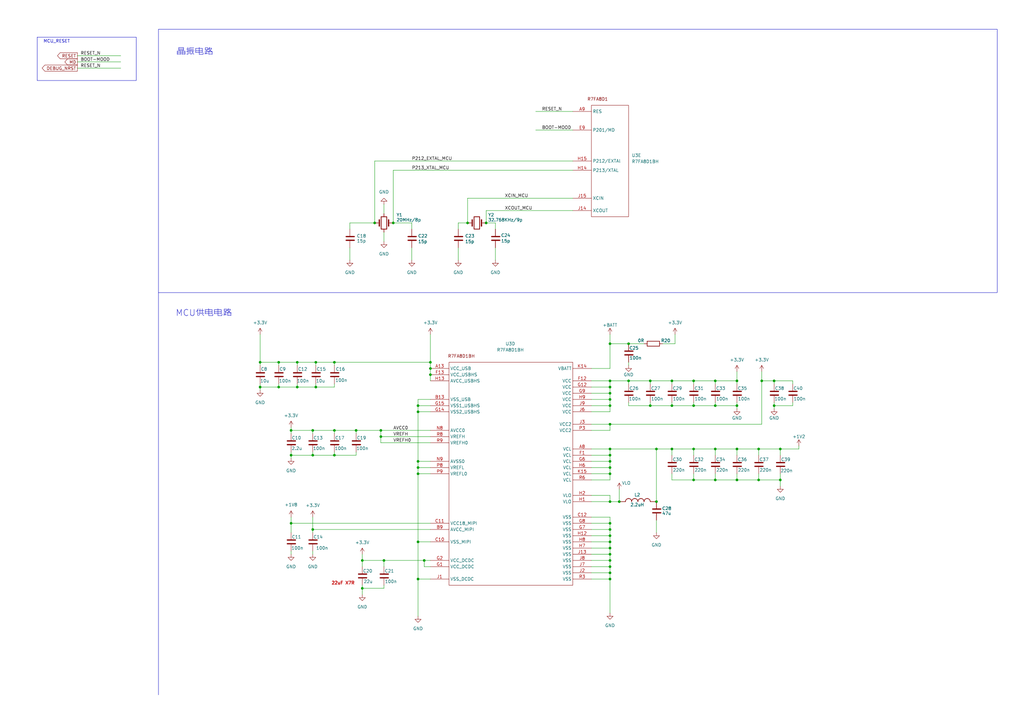
<source format=kicad_sch>
(kicad_sch (version 20230121) (generator eeschema)
  (paper "A3")
  (junction (at 173.99 229.87))
  (junction (at 128.27 186.69))
  (junction (at 106.68 148.59))
  (junction (at 137.16 186.69))
  (junction (at 250.19 214.63))
  (junction (at 284.48 196.85))
  (junction (at 320.04 184.15))
  (junction (at 257.81 140.97))
  (junction (at 250.19 140.97))
  (junction (at 317.5 156.21))
  (junction (at 250.19 222.25))
  (junction (at 302.26 156.21))
  (junction (at 250.19 227.33))
  (junction (at 250.19 191.77))
  (junction (at 284.48 184.15))
  (junction (at 269.24 184.15))
  (junction (at 129.54 158.75))
  (junction (at 250.19 217.17))
  (junction (at 293.37 166.37))
  (junction (at 156.21 176.53))
  (junction (at 114.3 148.59))
  (junction (at 302.26 166.37))
  (junction (at 317.5 166.37))
  (junction (at 146.05 176.53))
  (junction (at 161.29 91.44))
  (junction (at 293.37 156.21))
  (junction (at 250.19 219.71))
  (junction (at 312.42 156.21))
  (junction (at 171.45 194.31))
  (junction (at 121.92 148.59))
  (junction (at 250.19 229.87))
  (junction (at 156.21 179.07))
  (junction (at 250.19 189.23))
  (junction (at 250.19 237.49))
  (junction (at 119.38 186.69))
  (junction (at 119.38 214.63))
  (junction (at 250.19 186.69))
  (junction (at 275.59 184.15))
  (junction (at 257.81 156.21))
  (junction (at 250.19 173.99))
  (junction (at 176.53 151.13))
  (junction (at 129.54 148.59))
  (junction (at 176.53 153.67))
  (junction (at 171.45 191.77))
  (junction (at 171.45 168.91))
  (junction (at 148.59 241.3))
  (junction (at 171.45 222.25))
  (junction (at 311.15 196.85))
  (junction (at 137.16 176.53))
  (junction (at 199.39 91.44))
  (junction (at 302.26 184.15))
  (junction (at 250.19 166.37))
  (junction (at 311.15 184.15))
  (junction (at 106.68 158.75))
  (junction (at 137.16 148.59))
  (junction (at 250.19 205.74))
  (junction (at 121.92 158.75))
  (junction (at 266.7 166.37))
  (junction (at 250.19 156.21))
  (junction (at 250.19 163.83))
  (junction (at 320.04 196.85))
  (junction (at 302.26 196.85))
  (junction (at 119.38 176.53))
  (junction (at 250.19 158.75))
  (junction (at 171.45 237.49))
  (junction (at 250.19 234.95))
  (junction (at 293.37 184.15))
  (junction (at 284.48 156.21))
  (junction (at 128.27 217.17))
  (junction (at 171.45 166.37))
  (junction (at 250.19 232.41))
  (junction (at 128.27 176.53))
  (junction (at 171.45 189.23))
  (junction (at 284.48 166.37))
  (junction (at 157.48 229.87))
  (junction (at 114.3 158.75))
  (junction (at 250.19 194.31))
  (junction (at 266.7 156.21))
  (junction (at 148.59 229.87))
  (junction (at 250.19 184.15))
  (junction (at 176.53 148.59))
  (junction (at 191.77 91.44))
  (junction (at 250.19 161.29))
  (junction (at 254 205.74))
  (junction (at 250.19 224.79))
  (junction (at 293.37 196.85))
  (junction (at 153.67 91.44))
  (junction (at 275.59 166.37))
  (junction (at 275.59 156.21))
  (junction (at 269.24 205.74))
  (wire (pts (xy 114.3 158.75) (xy 121.92 158.75)))
  (wire (pts (xy 242.57 205.74) (xy 250.19 205.74)))
  (wire (pts (xy 312.42 156.21) (xy 312.42 152.4)))
  (wire (pts (xy 31.75 27.94) (xy 49.53 27.94)))
  (wire (pts (xy 250.19 173.99) (xy 242.57 173.99)))
  (wire (pts (xy 254 200.66) (xy 254 205.74)))
  (wire (pts (xy 153.67 66.04) (xy 234.95 66.04)))
  (wire (pts (xy 171.45 237.49) (xy 171.45 252.73)))
  (wire (pts (xy 137.16 176.53) (xy 146.05 176.53)))
  (wire (pts (xy 242.57 219.71) (xy 250.19 219.71)))
  (wire (pts (xy 176.53 153.67) (xy 176.53 156.21)))
  (wire (pts (xy 156.21 179.07) (xy 176.53 179.07)))
  (wire (pts (xy 250.19 229.87) (xy 250.19 232.41)))
  (wire (pts (xy 156.21 176.53) (xy 156.21 179.07)))
  (wire (pts (xy 242.57 203.2) (xy 250.19 203.2)))
  (wire (pts (xy 293.37 184.15) (xy 302.26 184.15)))
  (wire (pts (xy 171.45 194.31) (xy 171.45 222.25)))
  (wire (pts (xy 219.71 45.72) (xy 234.95 45.72)))
  (wire (pts (xy 191.77 81.28) (xy 191.77 91.44)))
  (wire (pts (xy 302.26 166.37) (xy 302.26 165.1)))
  (wire (pts (xy 171.45 222.25) (xy 176.53 222.25)))
  (wire (pts (xy 302.26 157.48) (xy 302.26 156.21)))
  (wire (pts (xy 156.21 181.61) (xy 176.53 181.61)))
  (wire (pts (xy 284.48 196.85) (xy 293.37 196.85)))
  (wire (pts (xy 148.59 229.87) (xy 157.48 229.87)))
  (wire (pts (xy 203.2 91.44) (xy 203.2 93.98)))
  (wire (pts (xy 276.86 137.16) (xy 276.86 140.97)))
  (wire (pts (xy 168.91 91.44) (xy 168.91 93.98)))
  (wire (pts (xy 121.92 148.59) (xy 129.54 148.59)))
  (wire (pts (xy 146.05 176.53) (xy 146.05 177.8)))
  (wire (pts (xy 199.39 91.44) (xy 203.2 91.44)))
  (wire (pts (xy 302.26 184.15) (xy 311.15 184.15)))
  (wire (pts (xy 320.04 184.15) (xy 320.04 186.69)))
  (wire (pts (xy 269.24 213.36) (xy 269.24 218.44)))
  (wire (pts (xy 114.3 149.86) (xy 114.3 148.59)))
  (wire (pts (xy 317.5 157.48) (xy 317.5 156.21)))
  (wire (pts (xy 171.45 191.77) (xy 171.45 194.31)))
  (wire (pts (xy 250.19 176.53) (xy 250.19 173.99)))
  (wire (pts (xy 137.16 149.86) (xy 137.16 148.59)))
  (wire (pts (xy 199.39 86.36) (xy 234.95 86.36)))
  (wire (pts (xy 293.37 196.85) (xy 302.26 196.85)))
  (wire (pts (xy 31.75 22.86) (xy 49.53 22.86)))
  (wire (pts (xy 302.26 196.85) (xy 302.26 194.31)))
  (wire (pts (xy 302.26 166.37) (xy 302.26 167.64)))
  (wire (pts (xy 266.7 157.48) (xy 266.7 156.21)))
  (wire (pts (xy 129.54 149.86) (xy 129.54 148.59)))
  (wire (pts (xy 325.12 156.21) (xy 325.12 157.48)))
  (wire (pts (xy 137.16 186.69) (xy 146.05 186.69)))
  (wire (pts (xy 284.48 184.15) (xy 284.48 186.69)))
  (wire (pts (xy 168.91 101.6) (xy 168.91 106.68)))
  (wire (pts (xy 128.27 176.53) (xy 137.16 176.53)))
  (wire (pts (xy 114.3 148.59) (xy 121.92 148.59)))
  (wire (pts (xy 121.92 158.75) (xy 129.54 158.75)))
  (wire (pts (xy 143.51 93.98) (xy 143.51 91.44)))
  (wire (pts (xy 137.16 185.42) (xy 137.16 186.69)))
  (wire (pts (xy 242.57 212.09) (xy 250.19 212.09)))
  (wire (pts (xy 311.15 196.85) (xy 311.15 194.31)))
  (wire (pts (xy 119.38 186.69) (xy 119.38 187.96)))
  (wire (pts (xy 187.96 101.6) (xy 187.96 106.68)))
  (wire (pts (xy 146.05 176.53) (xy 156.21 176.53)))
  (wire (pts (xy 157.48 83.82) (xy 157.48 87.63)))
  (wire (pts (xy 242.57 163.83) (xy 250.19 163.83)))
  (wire (pts (xy 266.7 166.37) (xy 266.7 165.1)))
  (wire (pts (xy 312.42 156.21) (xy 317.5 156.21)))
  (wire (pts (xy 119.38 176.53) (xy 119.38 177.8)))
  (wire (pts (xy 148.59 229.87) (xy 148.59 232.41)))
  (wire (pts (xy 242.57 227.33) (xy 250.19 227.33)))
  (wire (pts (xy 325.12 166.37) (xy 325.12 165.1)))
  (wire (pts (xy 320.04 199.39) (xy 320.04 196.85)))
  (wire (pts (xy 242.57 214.63) (xy 250.19 214.63)))
  (wire (pts (xy 242.57 229.87) (xy 250.19 229.87)))
  (wire (pts (xy 171.45 166.37) (xy 176.53 166.37)))
  (wire (pts (xy 157.48 240.03) (xy 157.48 241.3)))
  (wire (pts (xy 119.38 214.63) (xy 119.38 218.44)))
  (wire (pts (xy 242.57 161.29) (xy 250.19 161.29)))
  (wire (pts (xy 250.19 137.16) (xy 250.19 140.97)))
  (wire (pts (xy 242.57 234.95) (xy 250.19 234.95)))
  (wire (pts (xy 128.27 186.69) (xy 128.27 185.42)))
  (wire (pts (xy 106.68 158.75) (xy 114.3 158.75)))
  (wire (pts (xy 171.45 168.91) (xy 176.53 168.91)))
  (wire (pts (xy 317.5 156.21) (xy 325.12 156.21)))
  (wire (pts (xy 317.5 167.64) (xy 317.5 166.37)))
  (wire (pts (xy 146.05 185.42) (xy 146.05 186.69)))
  (wire (pts (xy 143.51 101.6) (xy 143.51 106.68)))
  (wire (pts (xy 137.16 176.53) (xy 137.16 177.8)))
  (wire (pts (xy 119.38 186.69) (xy 119.38 185.42)))
  (wire (pts (xy 128.27 212.09) (xy 128.27 217.17)))
  (wire (pts (xy 284.48 156.21) (xy 293.37 156.21)))
  (wire (pts (xy 275.59 156.21) (xy 284.48 156.21)))
  (wire (pts (xy 250.19 158.75) (xy 250.19 156.21)))
  (wire (pts (xy 327.66 184.15) (xy 320.04 184.15)))
  (wire (pts (xy 320.04 184.15) (xy 311.15 184.15)))
  (wire (pts (xy 234.95 81.28) (xy 191.77 81.28)))
  (wire (pts (xy 275.59 196.85) (xy 275.59 194.31)))
  (wire (pts (xy 171.45 166.37) (xy 171.45 168.91)))
  (wire (pts (xy 242.57 168.91) (xy 250.19 168.91)))
  (wire (pts (xy 161.29 91.44) (xy 168.91 91.44)))
  (wire (pts (xy 250.19 237.49) (xy 250.19 251.46)))
  (wire (pts (xy 106.68 137.16) (xy 106.68 148.59)))
  (wire (pts (xy 106.68 158.75) (xy 106.68 157.48)))
  (wire (pts (xy 250.19 222.25) (xy 250.19 224.79)))
  (wire (pts (xy 293.37 156.21) (xy 302.26 156.21)))
  (wire (pts (xy 275.59 184.15) (xy 275.59 186.69)))
  (wire (pts (xy 128.27 226.06) (xy 128.27 227.33)))
  (wire (pts (xy 171.45 168.91) (xy 171.45 189.23)))
  (wire (pts (xy 114.3 158.75) (xy 114.3 157.48)))
  (wire (pts (xy 269.24 184.15) (xy 275.59 184.15)))
  (wire (pts (xy 317.5 166.37) (xy 325.12 166.37)))
  (wire (pts (xy 129.54 158.75) (xy 137.16 158.75)))
  (wire (pts (xy 128.27 186.69) (xy 119.38 186.69)))
  (wire (pts (xy 171.45 191.77) (xy 176.53 191.77)))
  (wire (pts (xy 327.66 182.88) (xy 327.66 184.15)))
  (wire (pts (xy 250.19 161.29) (xy 250.19 158.75)))
  (wire (pts (xy 257.81 140.97) (xy 264.16 140.97)))
  (wire (pts (xy 250.19 140.97) (xy 250.19 151.13)))
  (wire (pts (xy 250.19 156.21) (xy 242.57 156.21)))
  (wire (pts (xy 317.5 166.37) (xy 317.5 165.1)))
  (wire (pts (xy 119.38 214.63) (xy 176.53 214.63)))
  (wire (pts (xy 284.48 166.37) (xy 293.37 166.37)))
  (wire (pts (xy 171.45 163.83) (xy 176.53 163.83)))
  (wire (pts (xy 153.67 66.04) (xy 153.67 91.44)))
  (wire (pts (xy 275.59 184.15) (xy 284.48 184.15)))
  (wire (pts (xy 293.37 166.37) (xy 293.37 165.1)))
  (wire (pts (xy 250.19 232.41) (xy 250.19 234.95)))
  (wire (pts (xy 173.99 229.87) (xy 176.53 229.87)))
  (wire (pts (xy 250.19 166.37) (xy 250.19 163.83)))
  (wire (pts (xy 242.57 184.15) (xy 250.19 184.15)))
  (wire (pts (xy 171.45 189.23) (xy 176.53 189.23)))
  (wire (pts (xy 302.26 152.4) (xy 302.26 156.21)))
  (wire (pts (xy 121.92 149.86) (xy 121.92 148.59)))
  (wire (pts (xy 250.19 191.77) (xy 250.19 194.31)))
  (wire (pts (xy 171.45 163.83) (xy 171.45 166.37)))
  (wire (pts (xy 242.57 191.77) (xy 250.19 191.77)))
  (wire (pts (xy 176.53 232.41) (xy 173.99 232.41)))
  (wire (pts (xy 250.19 234.95) (xy 250.19 237.49)))
  (wire (pts (xy 242.57 176.53) (xy 250.19 176.53)))
  (wire (pts (xy 128.27 176.53) (xy 128.27 177.8)))
  (wire (pts (xy 161.29 69.85) (xy 234.95 69.85)))
  (wire (pts (xy 284.48 157.48) (xy 284.48 156.21)))
  (wire (pts (xy 128.27 217.17) (xy 176.53 217.17)))
  (wire (pts (xy 257.81 166.37) (xy 266.7 166.37)))
  (wire (pts (xy 250.19 156.21) (xy 257.81 156.21)))
  (wire (pts (xy 312.42 156.21) (xy 312.42 173.99)))
  (wire (pts (xy 250.19 217.17) (xy 250.19 219.71)))
  (wire (pts (xy 250.19 184.15) (xy 250.19 186.69)))
  (wire (pts (xy 187.96 91.44) (xy 191.77 91.44)))
  (wire (pts (xy 242.57 217.17) (xy 250.19 217.17)))
  (wire (pts (xy 242.57 237.49) (xy 250.19 237.49)))
  (wire (pts (xy 156.21 176.53) (xy 176.53 176.53)))
  (wire (pts (xy 157.48 95.25) (xy 157.48 99.06)))
  (wire (pts (xy 148.59 240.03) (xy 148.59 241.3)))
  (wire (pts (xy 250.19 163.83) (xy 250.19 161.29)))
  (wire (pts (xy 31.75 25.4) (xy 49.53 25.4)))
  (wire (pts (xy 161.29 69.85) (xy 161.29 91.44)))
  (wire (pts (xy 250.19 219.71) (xy 250.19 222.25)))
  (wire (pts (xy 203.2 101.6) (xy 203.2 106.68)))
  (wire (pts (xy 293.37 166.37) (xy 302.26 166.37)))
  (wire (pts (xy 242.57 189.23) (xy 250.19 189.23)))
  (wire (pts (xy 275.59 157.48) (xy 275.59 156.21)))
  (wire (pts (xy 129.54 158.75) (xy 129.54 157.48)))
  (wire (pts (xy 302.26 184.15) (xy 302.26 186.69)))
  (wire (pts (xy 242.57 194.31) (xy 250.19 194.31)))
  (wire (pts (xy 106.68 148.59) (xy 114.3 148.59)))
  (wire (pts (xy 250.19 203.2) (xy 250.19 205.74)))
  (wire (pts (xy 293.37 157.48) (xy 293.37 156.21)))
  (wire (pts (xy 137.16 148.59) (xy 176.53 148.59)))
  (wire (pts (xy 148.59 241.3) (xy 148.59 243.84)))
  (wire (pts (xy 284.48 196.85) (xy 284.48 194.31)))
  (wire (pts (xy 257.81 157.48) (xy 257.81 156.21)))
  (wire (pts (xy 269.24 184.15) (xy 269.24 205.74)))
  (wire (pts (xy 128.27 217.17) (xy 128.27 218.44)))
  (wire (pts (xy 242.57 186.69) (xy 250.19 186.69)))
  (wire (pts (xy 176.53 137.16) (xy 176.53 148.59)))
  (wire (pts (xy 275.59 166.37) (xy 284.48 166.37)))
  (wire (pts (xy 284.48 184.15) (xy 293.37 184.15)))
  (wire (pts (xy 242.57 224.79) (xy 250.19 224.79)))
  (wire (pts (xy 157.48 229.87) (xy 157.48 232.41)))
  (wire (pts (xy 311.15 184.15) (xy 311.15 186.69)))
  (wire (pts (xy 250.19 205.74) (xy 254 205.74)))
  (wire (pts (xy 119.38 226.06) (xy 119.38 227.33)))
  (wire (pts (xy 250.19 196.85) (xy 250.19 194.31)))
  (wire (pts (xy 275.59 196.85) (xy 284.48 196.85)))
  (wire (pts (xy 137.16 158.75) (xy 137.16 157.48)))
  (wire (pts (xy 284.48 166.37) (xy 284.48 165.1)))
  (wire (pts (xy 242.57 222.25) (xy 250.19 222.25)))
  (wire (pts (xy 250.19 189.23) (xy 250.19 191.77)))
  (wire (pts (xy 275.59 166.37) (xy 275.59 165.1)))
  (wire (pts (xy 250.19 214.63) (xy 250.19 217.17)))
  (wire (pts (xy 250.19 224.79) (xy 250.19 227.33)))
  (wire (pts (xy 219.71 53.34) (xy 234.95 53.34)))
  (wire (pts (xy 250.19 168.91) (xy 250.19 166.37)))
  (wire (pts (xy 106.68 158.75) (xy 106.68 160.02)))
  (wire (pts (xy 242.57 166.37) (xy 250.19 166.37)))
  (wire (pts (xy 129.54 148.59) (xy 137.16 148.59)))
  (wire (pts (xy 171.45 194.31) (xy 176.53 194.31)))
  (wire (pts (xy 171.45 189.23) (xy 171.45 191.77)))
  (wire (pts (xy 242.57 232.41) (xy 250.19 232.41)))
  (wire (pts (xy 119.38 176.53) (xy 119.38 175.26)))
  (wire (pts (xy 276.86 140.97) (xy 271.78 140.97)))
  (wire (pts (xy 293.37 196.85) (xy 293.37 194.31)))
  (wire (pts (xy 157.48 229.87) (xy 173.99 229.87)))
  (wire (pts (xy 176.53 148.59) (xy 176.53 151.13)))
  (wire (pts (xy 250.19 212.09) (xy 250.19 214.63)))
  (wire (pts (xy 266.7 166.37) (xy 275.59 166.37)))
  (wire (pts (xy 293.37 184.15) (xy 293.37 186.69)))
  (wire (pts (xy 128.27 176.53) (xy 119.38 176.53)))
  (wire (pts (xy 257.81 148.59) (xy 257.81 149.86)))
  (wire (pts (xy 250.19 140.97) (xy 257.81 140.97)))
  (wire (pts (xy 156.21 181.61) (xy 156.21 179.07)))
  (wire (pts (xy 157.48 241.3) (xy 148.59 241.3)))
  (wire (pts (xy 173.99 232.41) (xy 173.99 229.87)))
  (wire (pts (xy 176.53 151.13) (xy 176.53 153.67)))
  (wire (pts (xy 266.7 156.21) (xy 275.59 156.21)))
  (wire (pts (xy 242.57 196.85) (xy 250.19 196.85)))
  (wire (pts (xy 199.39 91.44) (xy 199.39 86.36)))
  (wire (pts (xy 171.45 222.25) (xy 171.45 237.49)))
  (wire (pts (xy 257.81 156.21) (xy 266.7 156.21)))
  (wire (pts (xy 320.04 196.85) (xy 320.04 194.31)))
  (wire (pts (xy 302.26 196.85) (xy 311.15 196.85)))
  (wire (pts (xy 242.57 151.13) (xy 250.19 151.13)))
  (wire (pts (xy 121.92 158.75) (xy 121.92 157.48)))
  (wire (pts (xy 250.19 173.99) (xy 312.42 173.99)))
  (wire (pts (xy 128.27 186.69) (xy 137.16 186.69)))
  (wire (pts (xy 242.57 158.75) (xy 250.19 158.75)))
  (wire (pts (xy 148.59 227.33) (xy 148.59 229.87)))
  (wire (pts (xy 143.51 91.44) (xy 153.67 91.44)))
  (wire (pts (xy 106.68 149.86) (xy 106.68 148.59)))
  (wire (pts (xy 257.81 166.37) (xy 257.81 165.1)))
  (wire (pts (xy 187.96 93.98) (xy 187.96 91.44)))
  (wire (pts (xy 250.19 184.15) (xy 269.24 184.15)))
  (wire (pts (xy 119.38 212.09) (xy 119.38 214.63)))
  (wire (pts (xy 250.19 186.69) (xy 250.19 189.23)))
  (wire (pts (xy 171.45 237.49) (xy 176.53 237.49)))
  (wire (pts (xy 311.15 196.85) (xy 320.04 196.85)))
  (wire (pts (xy 250.19 227.33) (xy 250.19 229.87)))
  (rectangle (start 15.24 15.24) (end 55.88 33.02))
  (rectangle (start 65 120) (end 65 285))
  (rectangle (start 65 12) (end 409 120))
  (text "MCU_RESET" (at 17.78 17.78 0) (effects (font (size 1.27 1.27)) (justify left bottom)))
  (text "MCU供电电路" (at 72 130 0) (effects (font (size 2.54 2.54)) (justify left bottom)))
  (text "22uF X7R" (at 135.89 240.03 0) (effects (font (size 1.27 1.27) (thickness 0.254) bold) (justify left bottom)))
  (text "晶振电路" (at 72.39 22.86 0) (effects (font (size 2.54 2.54)) (justify left bottom)))
  (label "RESET_N" (at 33.02 27.94 0))
  (label "P213_XTAL_MCU" (at 168.91 69.85 0))
  (label "RESET_N" (at 33.02 22.86 0))
  (label "XCOUT_MCU" (at 207.01 86.36 0))
  (label "RESET_N" (at 222.25 45.72 0))
  (label "P212_EXTAL_MCU" (at 168.91 66.04 0))
  (label "VREFH0" (at 161.29 181.61 0))
  (label "AVCC0" (at 161.29 176.53 0))
  (label "XCIN_MCU" (at 207.01 81.28 0))
  (label "VREFH" (at 161.29 179.07 0))
  (label "BOOT-MOOD" (at 222.25 53.34 0))
  (label "BOOT-MOOD" (at 33.02 25.4 0))
  (global_label "MD" (shape output) (at 31.75 25.4 180) (property "Intersheetrefs" "${INTERSHEET_REFS}" (effects hide)))
  (global_label "RESET" (shape output) (at 31.75 22.86 180) (property "Intersheetrefs" "${INTERSHEET_REFS}" (effects hide)))
  (global_label "DEBUG_NRST" (shape output) (at 31.75 27.94 180) (property "Intersheetrefs" "${INTERSHEET_REFS}" (effects hide)))
  (symbol (lib_id "power:GND") (at 257.81 149.86 0) (unit 1)
    (property "Reference" "#PWR039" (effects hide))
    (property "Value" "GND" (at 257.81 153.67 0))
  )
  (symbol (lib_id "RA8:Cap_2") (at 137.16 153.67 90) (unit 1)
    (property "Reference" "C16" (at 137.668 151.384 90) (effects (justify right)))
    (property "Value" "100n" (at 142.494 155.956 90) (effects (justify left)))
    (property "Footprint" "RA8Library:C0402" (effects hide))
    (property "Manufacturer" "SAMSUNG(三星)" (effects hide))
    (property "Comment" "10u" (effects hide))
  )
  (symbol (lib_id "RA8:Cap_2") (at 317.5 161.29 90) (unit 1)
    (property "Reference" "C38" (at 317.754 159.258 90) (effects (justify right)))
    (property "Value" "100n" (at 322.58 163.576 90) (effects (justify left)))
    (property "Footprint" "RA8Library:C0402" (effects hide))
    (property "Manufacturer" "SAMSUNG(三星)" (effects hide))
    (property "Comment" "10u" (effects hide))
  )
  (symbol (lib_id "power:GND") (at 187.96 106.68 0) (unit 1)
    (property "Reference" "#PWR035" (effects hide))
    (property "Value" "GND" (at 187.96 111.76 0))
  )
  (symbol (lib_id "power:GND") (at 157.48 99.06 0) (unit 1)
    (property "Reference" "#PWR031" (effects hide))
    (property "Value" "GND" (at 157.48 104.14 0))
  )
  (symbol (lib_id "RA8:Cap_2") (at 302.26 161.29 90) (unit 1)
    (property "Reference" "C35" (at 302.514 159.258 90) (effects (justify right)))
    (property "Value" "100n " (at 308.61 163.576 90) (effects (justify left)))
    (property "Footprint" "RA8Library:C0402" (effects hide))
    (property "Manufacturer" "SAMSUNG(三星)" (effects hide))
    (property "Comment" "10u" (effects hide))
  )
  (symbol (lib_id "power:GND") (at 119.38 227.33 0) (unit 1)
    (property "Reference" "#PWR024" (effects hide))
    (property "Value" "GND" (at 119.38 232.41 0))
  )
  (symbol (lib_id "power:GND") (at 320.04 199.39 0) (unit 1)
    (property "Reference" "#PWR045" (effects hide))
    (property "Value" "GND" (at 320.04 204.47 0))
  )
  (symbol (lib_id "power:GND") (at 143.51 106.68 0) (unit 1)
    (property "Reference" "#PWR027" (effects hide))
    (property "Value" "GND" (at 143.51 111.76 0))
  )
  (symbol (lib_id "RA8:Cap_2") (at 302.26 190.5 90) (unit 1)
    (property "Reference" "C36" (at 302.514 188.468 90) (effects (justify right)))
    (property "Value" "220n" (at 307.594 192.786 90) (effects (justify left)))
    (property "Footprint" "RA8Library:C0402" (effects hide))
    (property "Manufacturer" "SAMSUNG(三星)" (effects hide))
    (property "Comment" "10u" (effects hide))
  )
  (symbol (lib_id "power:+1V8") (at 119.38 212.09 0) (unit 1)
    (property "Reference" "#PWR023" (effects hide))
    (property "Value" "+1V8" (at 119.38 207.01 0))
  )
  (symbol (lib_id "RA8:Xtal_4P") (at 157.48 91.44 0) (unit 1)
    (property "Reference" "Y1" (at 163.83 88.138 0))
    (property "Value" "20MHz/8p" (at 167.64 90.17 0))
    (property "Footprint" "RA8Library:XTAL-SMD-3225_4P" (effects hide))
    (property "Manufacturer" "TXC(晶技)" (effects hide))
    (property "Comment" "24MHz/8p" (effects hide))
  )
  (symbol (lib_id "RA8:Cap_2") (at 137.16 181.61 90) (unit 1)
    (property "Reference" "C17" (at 137.414 179.578 90) (effects (justify right)))
    (property "Value" "100n" (at 142.24 183.896 90) (effects (justify left)))
    (property "Footprint" "RA8Library:C0402" (effects hide))
    (property "Manufacturer" "SAMSUNG(三星)" (effects hide))
    (property "Comment" "10u" (effects hide))
  )
  (symbol (lib_id "power:GND") (at 250.19 251.46 0) (unit 1)
    (property "Reference" "#PWR038" (effects hide))
    (property "Value" "GND" (at 250.19 256.54 0))
  )
  (symbol (lib_id "RA8:Cap_2") (at 257.81 144.78 90) (unit 1)
    (property "Reference" "C25" (at 258.064 142.748 90) (effects (justify right)))
    (property "Value" "100n" (at 263.144 146.812 90) (effects (justify left)))
    (property "Footprint" "RA8Library:C0402" (effects hide))
    (property "Manufacturer" "SAMSUNG(三星)" (effects hide))
    (property "Comment" "10u" (effects hide))
  )
  (symbol (lib_id "RA8:Cap_2") (at 128.27 222.25 90) (unit 1)
    (property "Reference" "C14" (at 128.524 220.218 90) (effects (justify right)))
    (property "Value" "100n" (at 134.62 224.79 90) (effects (justify left)))
    (property "Footprint" "RA8Library:C0402" (effects hide))
    (property "Manufacturer" "SAMSUNG(三星)" (effects hide))
    (property "Comment" "10u" (effects hide))
  )
  (symbol (lib_id "power:GND") (at 119.38 187.96 0) (unit 1)
    (property "Reference" "#PWR022" (effects hide))
    (property "Value" "GND" (at 119.38 193.04 0))
  )
  (symbol (lib_id "RA8:Cap_2") (at 311.15 190.5 90) (unit 1)
    (property "Reference" "C37" (at 311.404 188.468 90) (effects (justify right)))
    (property "Value" "220n" (at 316.484 192.786 90) (effects (justify left)))
    (property "Footprint" "RA8Library:C0402" (effects hide))
    (property "Manufacturer" "SAMSUNG(三星)" (effects hide))
    (property "Comment" "10u" (effects hide))
  )
  (symbol (lib_id "RA8:Cap_2") (at 119.38 181.61 90) (unit 1)
    (property "Reference" "C10" (at 119.634 179.578 90) (effects (justify right)))
    (property "Value" "2.2u" (at 123.952 183.896 90) (effects (justify left)))
    (property "Footprint" "RA8Library:C0402" (effects hide))
    (property "Manufacturer" "SAMSUNG(三星)" (effects hide))
    (property "Comment" "10u" (effects hide))
  )
  (symbol (lib_id "RA8:L") (at 254 203.2 0) (unit 1)
    (property "Reference" "L2" (at 261.366 202.946 0))
    (property "Value" "2.2uH" (at 261.366 207.01 0))
    (property "Footprint" "RA8Library:L2.2u-0806" (effects hide))
    (property "PUBLISHED" "8-Jun-2000" (effects hide))
    (property "LATESTREVISIONDATE" "29-May-2009" (effects hide))
    (property "LATESTREVISIONNOTE" "IPC-7351 Footprint Added." (effects hide))
    (property "PACKAGEREFERENCE" "0402-A" (effects hide))
    (property "PUBLISHER" "Altium Limited" (effects hide))
    (property "PACKAGEDESCRIPTION" "Chip Inductor" (effects hide))
    (property "CODE_JEITA" "0402" (effects hide))
    (property "CODE_IEC" "1005" (effects hide))
    (property "ALTIUM_VALUE" "10mH" (effects hide))
  )
  (symbol (lib_id "power:GND") (at 317.5 167.64 0) (unit 1)
    (property "Reference" "#PWR044" (effects hide))
    (property "Value" "GND" (at 317.5 171.45 0))
  )
  (symbol (lib_id "RA8:Cap_2") (at 157.48 236.22 90) (unit 1)
    (property "Reference" "C21" (at 157.734 234.188 90) (effects (justify right)))
    (property "Value" "100n" (at 162.814 238.506 90) (effects (justify left)))
    (property "Footprint" "RA8Library:C0402" (effects hide))
    (property "Manufacturer" "SAMSUNG(三星)" (effects hide))
    (property "Comment" "10u" (effects hide))
  )
  (symbol (lib_id "RA8:Cap_2") (at 293.37 161.29 90) (unit 1)
    (property "Reference" "C33" (at 293.624 159.258 90) (effects (justify right)))
    (property "Value" "100n" (at 298.704 163.576 90) (effects (justify left)))
    (property "Footprint" "RA8Library:C0402" (effects hide))
    (property "Manufacturer" "SAMSUNG(三星)" (effects hide))
    (property "Comment" "10u" (effects hide))
  )
  (symbol (lib_id "RA8:Cap_2") (at 325.12 161.29 90) (unit 1)
    (property "Reference" "C40" (at 325.374 159.258 90) (effects (justify right)))
    (property "Value" "100n" (at 330.454 163.576 90) (effects (justify left)))
    (property "Footprint" "RA8Library:C0402" (effects hide))
    (property "Manufacturer" "SAMSUNG(三星)" (effects hide))
    (property "Comment" "10u" (effects hide))
  )
  (symbol (lib_id "power:GND") (at 269.24 218.44 0) (unit 1)
    (property "Reference" "#PWR040" (effects hide))
    (property "Value" "GND" (at 269.24 223.52 0))
  )
  (symbol (lib_id "RA8:Cap_2") (at 257.81 161.29 90) (unit 1)
    (property "Reference" "C26" (at 258.064 159.258 90) (effects (justify right)))
    (property "Value" "100n" (at 262.89 163.576 90) (effects (justify left)))
    (property "Footprint" "RA8Library:C0402" (effects hide))
    (property "Manufacturer" "SAMSUNG(三星)" (effects hide))
    (property "Comment" "10u" (effects hide))
  )
  (symbol (lib_id "power:+3.3V") (at 302.26 152.4 0) (unit 1)
    (property "Reference" "#PWR0112" (effects hide))
    (property "Value" "+3.3V" (at 302.26 147.574 0))
    (instances (project "rtt_lcd_v3.1" (path "" (reference "#PWR0112") (unit 1))) (project "art-link" (path "" (reference "#PWR017") (unit 1))) (project "RA8_main" (path "" (reference "#PWR084") (unit 1)) (path "" (reference "#PWR041") (unit 1))) (project "8.ART_Link" (path "" (reference "#PWR0112") (unit 1))) (project "power" (path "" (reference "#PWR06") (unit 1))))
  )
  (symbol (lib_id "RA8:Cap_2") (at 128.27 181.61 90) (unit 1)
    (property "Reference" "C13" (at 128.524 179.578 90) (effects (justify right)))
    (property "Value" "100n" (at 133.35 183.896 90) (effects (justify left)))
    (property "Footprint" "RA8Library:C0402" (effects hide))
    (property "Manufacturer" "SAMSUNG(三星)" (effects hide))
    (property "Comment" "10u" (effects hide))
  )
  (symbol (lib_id "RA8:Cap_2") (at 114.3 153.67 90) (unit 1)
    (property "Reference" "C9" (at 114.554 151.384 90) (effects (justify right)))
    (property "Value" "100n" (at 119.38 156.21 90) (effects (justify left)))
    (property "Footprint" "RA8Library:C0402" (effects hide))
    (property "Manufacturer" "SAMSUNG(三星)" (effects hide))
    (property "Comment" "10u" (effects hide))
  )
  (symbol (lib_id "RA8:R7FA8D1BH") (at 242.57 43.18 0) (unit 5)
    (property "Reference" "U3" (at 259.08 63.7182 0) (effects (justify left)))
    (property "Value" "R7FA8D1BH" (at 259.08 66.2582 0) (effects (justify left)))
    (property "Footprint" "RA8Library:BGA-225_15x15_13.0x13.0mm-4.0mm" (effects hide))
  )
  (symbol (lib_id "RA8:R7FA8D1BH") (at 184.15 148.59 0) (unit 4)
    (property "Reference" "U3" (at 209.3177 140.97 0))
    (property "Value" "R7FA8D1BH" (at 209.3177 143.51 0))
    (property "Footprint" "RA8Library:BGA-225_15x15_13.0x13.0mm-4.0mm" (effects hide))
  )
  (symbol (lib_id "power:+1V2") (at 327.66 182.88 0) (unit 1)
    (property "Reference" "#PWR046" (effects hide))
    (property "Value" "+1V2" (at 327.66 179.07 0))
  )
  (symbol (lib_id "RA8:Cap_2") (at 203.2 97.79 90) (unit 1)
    (property "Reference" "C24" (at 205.486 96.52 90) (effects (justify right)))
    (property "Value" "15p" (at 209.296 98.806 90) (effects (justify left)))
    (property "Footprint" "RA8Library:C0402" (effects hide))
    (property "Manufacturer" "SAMSUNG(三星)" (effects hide))
    (property "Comment" "10u" (effects hide))
  )
  (symbol (lib_id "RA8:Cap_2") (at 293.37 190.5 90) (unit 1)
    (property "Reference" "C34" (at 293.624 188.468 90) (effects (justify right)))
    (property "Value" "220n" (at 298.704 192.786 90) (effects (justify left)))
    (property "Footprint" "RA8Library:C0402" (effects hide))
    (property "Manufacturer" "SAMSUNG(三星)" (effects hide))
    (property "Comment" "10u" (effects hide))
  )
  (symbol (lib_id "power:+3.3V") (at 176.53 137.16 0) (unit 1)
    (property "Reference" "#PWR0112" (effects hide))
    (property "Value" "+3.3V" (at 176.53 132.334 0))
    (instances (project "rtt_lcd_v3.1" (path "" (reference "#PWR0112") (unit 1))) (project "art-link" (path "" (reference "#PWR017") (unit 1))) (project "RA8_main" (path "" (reference "#PWR084") (unit 1)) (path "" (reference "#PWR034") (unit 1))) (project "8.ART_Link" (path "" (reference "#PWR0112") (unit 1))) (project "power" (path "" (reference "#PWR06") (unit 1))))
  )
  (symbol (lib_id "power:+3.3V") (at 148.59 227.33 0) (unit 1)
    (property "Reference" "#PWR0112" (effects hide))
    (property "Value" "+3.3V" (at 148.59 222.504 0))
    (instances (project "rtt_lcd_v3.1" (path "" (reference "#PWR0112") (unit 1))) (project "art-link" (path "" (reference "#PWR017") (unit 1))) (project "RA8_main" (path "" (reference "#PWR084") (unit 1)) (path "" (reference "#PWR028") (unit 1))) (project "8.ART_Link" (path "" (reference "#PWR0112") (unit 1))) (project "power" (path "" (reference "#PWR06") (unit 1))))
  )
  (symbol (lib_id "RA8:Res") (at 267.97 140.97 0) (unit 1)
    (property "Reference" "R20" (at 273.05 139.7 0))
    (property "Value" "0R" (at 262.89 139.7 0))
    (property "Footprint" "RA8Library:R0402" (effects hide))
    (property "Manufacturer" "YAGEO(国巨)" (effects hide))
    (property "Comment" "10K/1%" (effects hide))
    (instances (project "RA8_main" (path "" (reference "R20") (unit 1)) (path "" (reference "R62") (unit 1)) (path "" (reference "R61") (unit 1))))
  )
  (symbol (lib_id "power:+3.3V") (at 128.27 212.09 0) (unit 1)
    (property "Reference" "#PWR0112" (effects hide))
    (property "Value" "+3.3V" (at 128.27 207.264 0))
    (instances (project "rtt_lcd_v3.1" (path "" (reference "#PWR0112") (unit 1))) (project "art-link" (path "" (reference "#PWR017") (unit 1))) (project "RA8_main" (path "" (reference "#PWR084") (unit 1)) (path "" (reference "#PWR025") (unit 1))) (project "8.ART_Link" (path "" (reference "#PWR0112") (unit 1))) (project "power" (path "" (reference "#PWR06") (unit 1))))
  )
  (symbol (lib_id "RA8:Cap_2") (at 121.92 153.67 90) (unit 1)
    (property "Reference" "C12" (at 122.174 151.384 90) (effects (justify right)))
    (property "Value" "100n" (at 126.746 156.21 90) (effects (justify left)))
    (property "Footprint" "RA8Library:C0402" (effects hide))
    (property "Manufacturer" "SAMSUNG(三星)" (effects hide))
    (property "Comment" "10u" (effects hide))
  )
  (symbol (lib_id "power:GND") (at 302.26 167.64 0) (unit 1)
    (property "Reference" "#PWR042" (effects hide))
    (property "Value" "GND" (at 302.26 171.45 0))
  )
  (symbol (lib_id "RA8:Xtal_2P") (at 195.58 91.44 0) (unit 1)
    (property "Reference" "Y2" (at 201.422 88.138 0))
    (property "Value" "32.768KHz/9p" (at 207.264 90.17 0))
    (property "Footprint" "RA8Library:XTAL-SMD-3215-2P" (effects hide))
    (property "Manufacturer" "EPSON(爱普生)" (effects hide))
    (property "Comment" "32.768KHz/9p" (effects hide))
  )
  (symbol (lib_id "RA8:Cap_2") (at 148.59 236.22 90) (unit 1)
    (property "Reference" "C20" (at 148.844 234.188 90) (effects (justify right)))
    (property "Value" "22u" (at 152.908 238.506 90) (effects (justify left)))
    (property "Footprint" "RA8Library:0603-CAP" (effects hide))
    (property "Manufacturer" "SAMSUNG(三星)" (effects hide))
    (property "Comment" "10u" (effects hide))
  )
  (symbol (lib_id "power:GND") (at 148.59 243.84 0) (unit 1)
    (property "Reference" "#PWR029" (effects hide))
    (property "Value" "GND" (at 148.59 248.92 0))
  )
  (symbol (lib_id "RA8:Cap_2") (at 119.38 222.25 90) (unit 1)
    (property "Reference" "C11" (at 119.634 220.218 90) (effects (justify right)))
    (property "Value" "100n" (at 124.46 224.79 90) (effects (justify left)))
    (property "Footprint" "RA8Library:C0402" (effects hide))
    (property "Manufacturer" "SAMSUNG(三星)" (effects hide))
    (property "Comment" "10u" (effects hide))
  )
  (symbol (lib_id "RA8:Cap_2") (at 143.51 97.79 90) (unit 1)
    (property "Reference" "C18" (at 146.304 96.774 90) (effects (justify right)))
    (property "Value" "15p" (at 150.114 98.806 90) (effects (justify left)))
    (property "Footprint" "RA8Library:C0402" (effects hide))
    (property "Manufacturer" "SAMSUNG(三星)" (effects hide))
    (property "Comment" "10u" (effects hide))
  )
  (symbol (lib_id "power:GND") (at 171.45 252.73 0) (unit 1)
    (property "Reference" "#PWR033" (effects hide))
    (property "Value" "GND" (at 171.45 257.81 0))
  )
  (symbol (lib_id "RA8:Cap_2") (at 266.7 161.29 90) (unit 1)
    (property "Reference" "C27" (at 266.954 159.258 90) (effects (justify right)))
    (property "Value" "100n" (at 272.034 163.576 90) (effects (justify left)))
    (property "Footprint" "RA8Library:C0402" (effects hide))
    (property "Manufacturer" "SAMSUNG(三星)" (effects hide))
    (property "Comment" "10u" (effects hide))
  )
  (symbol (lib_id "power:GND") (at 168.91 106.68 0) (unit 1)
    (property "Reference" "#PWR032" (effects hide))
    (property "Value" "GND" (at 168.91 111.76 0))
  )
  (symbol (lib_id "RA8:Cap_2") (at 146.05 181.61 90) (unit 1)
    (property "Reference" "C19" (at 146.304 179.578 90) (effects (justify right)))
    (property "Value" "100n" (at 151.13 183.896 90) (effects (justify left)))
    (property "Footprint" "RA8Library:C0402" (effects hide))
    (property "Manufacturer" "SAMSUNG(三星)" (effects hide))
    (property "Comment" "10u" (effects hide))
  )
  (symbol (lib_id "power:GND") (at 128.27 227.33 0) (unit 1)
    (property "Reference" "#PWR026" (effects hide))
    (property "Value" "GND" (at 128.27 232.41 0))
  )
  (symbol (lib_id "RA8:Cap_2") (at 275.59 161.29 90) (unit 1)
    (property "Reference" "C29" (at 275.844 159.258 90) (effects (justify right)))
    (property "Value" "100n" (at 280.924 163.576 90) (effects (justify left)))
    (property "Footprint" "RA8Library:C0402" (effects hide))
    (property "Manufacturer" "SAMSUNG(三星)" (effects hide))
    (property "Comment" "10u" (effects hide))
  )
  (symbol (lib_id "power:+3.3V") (at 119.38 175.26 0) (unit 1)
    (property "Reference" "#PWR0112" (effects hide))
    (property "Value" "+3.3V" (at 119.38 170.434 0))
    (instances (project "rtt_lcd_v3.1" (path "" (reference "#PWR0112") (unit 1))) (project "art-link" (path "" (reference "#PWR017") (unit 1))) (project "RA8_main" (path "" (reference "#PWR084") (unit 1)) (path "" (reference "#PWR021") (unit 1))) (project "8.ART_Link" (path "" (reference "#PWR0112") (unit 1))) (project "power" (path "" (reference "#PWR06") (unit 1))))
  )
  (symbol (lib_id "power:GND") (at 106.68 160.02 0) (unit 1)
    (property "Reference" "#PWR020" (effects hide))
    (property "Value" "GND" (at 106.68 165.1 0))
  )
  (symbol (lib_id "RA8:Cap_2") (at 284.48 161.29 90) (unit 1)
    (property "Reference" "C31" (at 284.734 159.258 90) (effects (justify right)))
    (property "Value" "100n" (at 289.814 163.576 90) (effects (justify left)))
    (property "Footprint" "RA8Library:C0402" (effects hide))
    (property "Manufacturer" "SAMSUNG(三星)" (effects hide))
    (property "Comment" "10u" (effects hide))
  )
  (symbol (lib_id "RA8:Cap_2") (at 168.91 97.79 90) (unit 1)
    (property "Reference" "C22" (at 171.45 96.774 90) (effects (justify right)))
    (property "Value" "15p" (at 175.26 99.06 90) (effects (justify left)))
    (property "Footprint" "RA8Library:C0402" (effects hide))
    (property "Manufacturer" "SAMSUNG(三星)" (effects hide))
    (property "Comment" "10u" (effects hide))
  )
  (symbol (lib_id "RA8:Cap_2") (at 284.48 190.5 90) (unit 1)
    (property "Reference" "C32" (at 284.734 188.468 90) (effects (justify right)))
    (property "Value" "220n" (at 289.814 192.786 90) (effects (justify left)))
    (property "Footprint" "RA8Library:C0402" (effects hide))
    (property "Manufacturer" "SAMSUNG(三星)" (effects hide))
    (property "Comment" "10u" (effects hide))
  )
  (symbol (lib_id "power:GND") (at 157.48 83.82 180) (unit 1)
    (property "Reference" "#PWR030" (effects hide))
    (property "Value" "GND" (at 157.48 78.74 0))
  )
  (symbol (lib_id "RA8:Cap_2") (at 106.68 153.67 90) (unit 1)
    (property "Reference" "C8" (at 106.934 151.384 90) (effects (justify right)))
    (property "Value" "10u" (at 110.49 156.21 90) (effects (justify left)))
    (property "Footprint" "RA8Library:C0402" (effects hide))
    (property "Manufacturer" "SAMSUNG(三星)" (effects hide))
    (property "Comment" "10u" (effects hide))
  )
  (symbol (lib_id "power:+3.3V") (at 276.86 137.16 0) (unit 1)
    (property "Reference" "#PWR0112" (effects hide))
    (property "Value" "+3.3V" (at 276.86 132.334 0))
    (instances (project "rtt_lcd_v3.1" (path "" (reference "#PWR0112") (unit 1))) (project "art-link" (path "" (reference "#PWR017") (unit 1))) (project "RA8_main" (path "" (reference "#PWR084") (unit 1)) (path "" (reference "#PWR0166") (unit 1))) (project "8.ART_Link" (path "" (reference "#PWR0112") (unit 1))) (project "power" (path "" (reference "#PWR06") (unit 1))))
  )
  (symbol (lib_id "power:GND") (at 203.2 106.68 0) (unit 1)
    (property "Reference" "#PWR036" (effects hide))
    (property "Value" "GND" (at 203.2 111.76 0))
  )
  (symbol (lib_id "power:+BATT") (at 250.19 137.16 0) (unit 1)
    (property "Reference" "#PWR037" (effects hide))
    (property "Value" "+BATT" (at 250.19 133.35 0))
  )
  (symbol (lib_id "RA8:Cap_2") (at 129.54 153.67 90) (unit 1)
    (property "Reference" "C15" (at 129.794 151.384 90) (effects (justify right)))
    (property "Value" "10u" (at 133.35 156.21 90) (effects (justify left)))
    (property "Footprint" "RA8Library:C0402" (effects hide))
    (property "Manufacturer" "SAMSUNG(三星)" (effects hide))
    (property "Comment" "10u" (effects hide))
  )
  (symbol (lib_id "RA8:Cap_2") (at 269.24 209.55 90) (unit 1)
    (property "Reference" "C28" (at 271.526 208.534 90) (effects (justify right)))
    (property "Value" "47u" (at 275.336 210.566 90) (effects (justify left)))
    (property "Footprint" "RA8Library:0805_C" (effects hide))
    (property "Manufacturer" "SAMSUNG(三星)" (effects hide))
    (property "Comment" "10u" (effects hide))
  )
  (symbol (lib_id "RA8:Cap_2") (at 275.59 190.5 90) (unit 1)
    (property "Reference" "C30" (at 275.844 188.468 90) (effects (justify right)))
    (property "Value" "220n" (at 280.924 192.786 90) (effects (justify left)))
    (property "Footprint" "RA8Library:C0402" (effects hide))
    (property "Manufacturer" "SAMSUNG(三星)" (effects hide))
    (property "Comment" "10u" (effects hide))
  )
  (symbol (lib_id "RA8:VLO") (at 252.73 195.58 0) (unit 1) (in_bom no) (on_board no)
    (property "Reference" "#VLO01" (effects hide))
    (property "Value" "VLO" (at 255.016 198.12 0) (effects (justify left)))
  )
  (symbol (lib_id "power:+3.3V") (at 312.42 152.4 0) (mirror y) (unit 1)
    (property "Reference" "#PWR0112" (effects hide))
    (property "Value" "+3.3V" (at 312.42 147.574 0))
    (instances (project "rtt_lcd_v3.1" (path "" (reference "#PWR0112") (unit 1))) (project "art-link" (path "" (reference "#PWR017") (unit 1))) (project "RA8_main" (path "" (reference "#PWR084") (unit 1)) (path "" (reference "#PWR043") (unit 1))) (project "8.ART_Link" (path "" (reference "#PWR0112") (unit 1))) (project "power" (path "" (reference "#PWR06") (unit 1))))
  )
  (symbol (lib_id "power:+3.3V") (at 106.68 137.16 0) (unit 1)
    (property "Reference" "#PWR0112" (effects hide))
    (property "Value" "+3.3V" (at 106.68 132.334 0))
    (instances (project "rtt_lcd_v3.1" (path "" (reference "#PWR0112") (unit 1))) (project "art-link" (path "" (reference "#PWR017") (unit 1))) (project "RA8_main" (path "" (reference "#PWR084") (unit 1)) (path "" (reference "#PWR019") (unit 1))) (project "8.ART_Link" (path "" (reference "#PWR0112") (unit 1))) (project "power" (path "" (reference "#PWR06") (unit 1))))
  )
  (symbol (lib_id "RA8:Cap_2") (at 320.04 190.5 90) (unit 1)
    (property "Reference" "C39" (at 320.294 188.468 90) (effects (justify right)))
    (property "Value" "220n" (at 325.12 193.04 90) (effects (justify left)))
    (property "Footprint" "RA8Library:C0402" (effects hide))
    (property "Manufacturer" "SAMSUNG(三星)" (effects hide))
    (property "Comment" "10u" (effects hide))
  )
  (symbol (lib_id "RA8:Cap_2") (at 187.96 97.79 90) (unit 1)
    (property "Reference" "C23" (at 190.754 96.774 90) (effects (justify right)))
    (property "Value" "15p" (at 190.754 99.06 90) (effects (justify right)))
    (property "Footprint" "RA8Library:C0402" (effects hide))
    (property "Manufacturer" "SAMSUNG(三星)" (effects hide))
    (property "Comment" "10u" (effects hide))
  )
)
</source>
